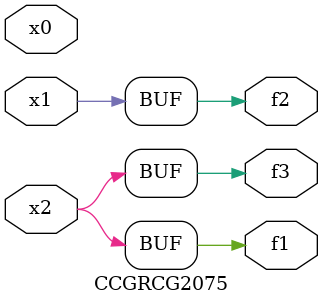
<source format=v>
module CCGRCG2075(
	input x0, x1, x2,
	output f1, f2, f3
);
	assign f1 = x2;
	assign f2 = x1;
	assign f3 = x2;
endmodule

</source>
